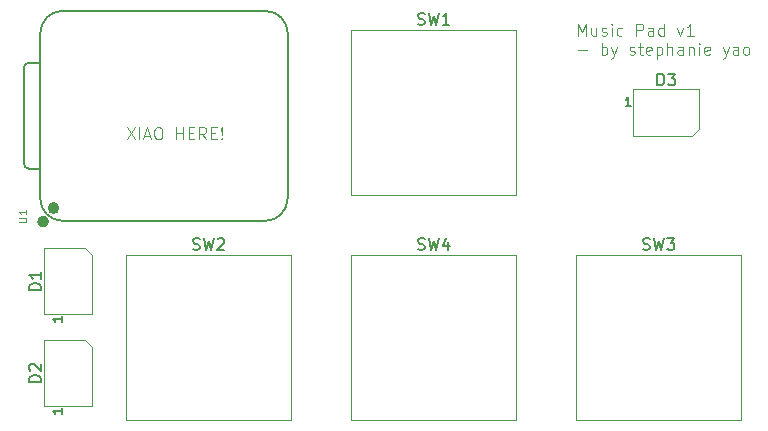
<source format=gbr>
%TF.GenerationSoftware,KiCad,Pcbnew,9.0.3*%
%TF.CreationDate,2025-07-11T18:10:02-07:00*%
%TF.ProjectId,hackpad,6861636b-7061-4642-9e6b-696361645f70,rev?*%
%TF.SameCoordinates,Original*%
%TF.FileFunction,Legend,Top*%
%TF.FilePolarity,Positive*%
%FSLAX46Y46*%
G04 Gerber Fmt 4.6, Leading zero omitted, Abs format (unit mm)*
G04 Created by KiCad (PCBNEW 9.0.3) date 2025-07-11 18:10:02*
%MOMM*%
%LPD*%
G01*
G04 APERTURE LIST*
%ADD10C,0.100000*%
%ADD11C,0.150000*%
%ADD12C,0.101600*%
%ADD13C,0.120000*%
%ADD14C,0.127000*%
%ADD15C,0.504000*%
G04 APERTURE END LIST*
D10*
X116889896Y-36972419D02*
X117556562Y-37972419D01*
X117556562Y-36972419D02*
X116889896Y-37972419D01*
X117937515Y-37972419D02*
X117937515Y-36972419D01*
X118366086Y-37686704D02*
X118842276Y-37686704D01*
X118270848Y-37972419D02*
X118604181Y-36972419D01*
X118604181Y-36972419D02*
X118937514Y-37972419D01*
X119461324Y-36972419D02*
X119651800Y-36972419D01*
X119651800Y-36972419D02*
X119747038Y-37020038D01*
X119747038Y-37020038D02*
X119842276Y-37115276D01*
X119842276Y-37115276D02*
X119889895Y-37305752D01*
X119889895Y-37305752D02*
X119889895Y-37639085D01*
X119889895Y-37639085D02*
X119842276Y-37829561D01*
X119842276Y-37829561D02*
X119747038Y-37924800D01*
X119747038Y-37924800D02*
X119651800Y-37972419D01*
X119651800Y-37972419D02*
X119461324Y-37972419D01*
X119461324Y-37972419D02*
X119366086Y-37924800D01*
X119366086Y-37924800D02*
X119270848Y-37829561D01*
X119270848Y-37829561D02*
X119223229Y-37639085D01*
X119223229Y-37639085D02*
X119223229Y-37305752D01*
X119223229Y-37305752D02*
X119270848Y-37115276D01*
X119270848Y-37115276D02*
X119366086Y-37020038D01*
X119366086Y-37020038D02*
X119461324Y-36972419D01*
X121080372Y-37972419D02*
X121080372Y-36972419D01*
X121080372Y-37448609D02*
X121651800Y-37448609D01*
X121651800Y-37972419D02*
X121651800Y-36972419D01*
X122127991Y-37448609D02*
X122461324Y-37448609D01*
X122604181Y-37972419D02*
X122127991Y-37972419D01*
X122127991Y-37972419D02*
X122127991Y-36972419D01*
X122127991Y-36972419D02*
X122604181Y-36972419D01*
X123604181Y-37972419D02*
X123270848Y-37496228D01*
X123032753Y-37972419D02*
X123032753Y-36972419D01*
X123032753Y-36972419D02*
X123413705Y-36972419D01*
X123413705Y-36972419D02*
X123508943Y-37020038D01*
X123508943Y-37020038D02*
X123556562Y-37067657D01*
X123556562Y-37067657D02*
X123604181Y-37162895D01*
X123604181Y-37162895D02*
X123604181Y-37305752D01*
X123604181Y-37305752D02*
X123556562Y-37400990D01*
X123556562Y-37400990D02*
X123508943Y-37448609D01*
X123508943Y-37448609D02*
X123413705Y-37496228D01*
X123413705Y-37496228D02*
X123032753Y-37496228D01*
X124032753Y-37448609D02*
X124366086Y-37448609D01*
X124508943Y-37972419D02*
X124032753Y-37972419D01*
X124032753Y-37972419D02*
X124032753Y-36972419D01*
X124032753Y-36972419D02*
X124508943Y-36972419D01*
X124937515Y-37877180D02*
X124985134Y-37924800D01*
X124985134Y-37924800D02*
X124937515Y-37972419D01*
X124937515Y-37972419D02*
X124889896Y-37924800D01*
X124889896Y-37924800D02*
X124937515Y-37877180D01*
X124937515Y-37877180D02*
X124937515Y-37972419D01*
X124937515Y-37591466D02*
X124889896Y-37020038D01*
X124889896Y-37020038D02*
X124937515Y-36972419D01*
X124937515Y-36972419D02*
X124985134Y-37020038D01*
X124985134Y-37020038D02*
X124937515Y-37591466D01*
X124937515Y-37591466D02*
X124937515Y-36972419D01*
X155085134Y-29218725D02*
X155085134Y-28218725D01*
X155085134Y-28218725D02*
X155418467Y-28933010D01*
X155418467Y-28933010D02*
X155751800Y-28218725D01*
X155751800Y-28218725D02*
X155751800Y-29218725D01*
X156656562Y-28552058D02*
X156656562Y-29218725D01*
X156227991Y-28552058D02*
X156227991Y-29075867D01*
X156227991Y-29075867D02*
X156275610Y-29171106D01*
X156275610Y-29171106D02*
X156370848Y-29218725D01*
X156370848Y-29218725D02*
X156513705Y-29218725D01*
X156513705Y-29218725D02*
X156608943Y-29171106D01*
X156608943Y-29171106D02*
X156656562Y-29123486D01*
X157085134Y-29171106D02*
X157180372Y-29218725D01*
X157180372Y-29218725D02*
X157370848Y-29218725D01*
X157370848Y-29218725D02*
X157466086Y-29171106D01*
X157466086Y-29171106D02*
X157513705Y-29075867D01*
X157513705Y-29075867D02*
X157513705Y-29028248D01*
X157513705Y-29028248D02*
X157466086Y-28933010D01*
X157466086Y-28933010D02*
X157370848Y-28885391D01*
X157370848Y-28885391D02*
X157227991Y-28885391D01*
X157227991Y-28885391D02*
X157132753Y-28837772D01*
X157132753Y-28837772D02*
X157085134Y-28742534D01*
X157085134Y-28742534D02*
X157085134Y-28694915D01*
X157085134Y-28694915D02*
X157132753Y-28599677D01*
X157132753Y-28599677D02*
X157227991Y-28552058D01*
X157227991Y-28552058D02*
X157370848Y-28552058D01*
X157370848Y-28552058D02*
X157466086Y-28599677D01*
X157942277Y-29218725D02*
X157942277Y-28552058D01*
X157942277Y-28218725D02*
X157894658Y-28266344D01*
X157894658Y-28266344D02*
X157942277Y-28313963D01*
X157942277Y-28313963D02*
X157989896Y-28266344D01*
X157989896Y-28266344D02*
X157942277Y-28218725D01*
X157942277Y-28218725D02*
X157942277Y-28313963D01*
X158847038Y-29171106D02*
X158751800Y-29218725D01*
X158751800Y-29218725D02*
X158561324Y-29218725D01*
X158561324Y-29218725D02*
X158466086Y-29171106D01*
X158466086Y-29171106D02*
X158418467Y-29123486D01*
X158418467Y-29123486D02*
X158370848Y-29028248D01*
X158370848Y-29028248D02*
X158370848Y-28742534D01*
X158370848Y-28742534D02*
X158418467Y-28647296D01*
X158418467Y-28647296D02*
X158466086Y-28599677D01*
X158466086Y-28599677D02*
X158561324Y-28552058D01*
X158561324Y-28552058D02*
X158751800Y-28552058D01*
X158751800Y-28552058D02*
X158847038Y-28599677D01*
X160037515Y-29218725D02*
X160037515Y-28218725D01*
X160037515Y-28218725D02*
X160418467Y-28218725D01*
X160418467Y-28218725D02*
X160513705Y-28266344D01*
X160513705Y-28266344D02*
X160561324Y-28313963D01*
X160561324Y-28313963D02*
X160608943Y-28409201D01*
X160608943Y-28409201D02*
X160608943Y-28552058D01*
X160608943Y-28552058D02*
X160561324Y-28647296D01*
X160561324Y-28647296D02*
X160513705Y-28694915D01*
X160513705Y-28694915D02*
X160418467Y-28742534D01*
X160418467Y-28742534D02*
X160037515Y-28742534D01*
X161466086Y-29218725D02*
X161466086Y-28694915D01*
X161466086Y-28694915D02*
X161418467Y-28599677D01*
X161418467Y-28599677D02*
X161323229Y-28552058D01*
X161323229Y-28552058D02*
X161132753Y-28552058D01*
X161132753Y-28552058D02*
X161037515Y-28599677D01*
X161466086Y-29171106D02*
X161370848Y-29218725D01*
X161370848Y-29218725D02*
X161132753Y-29218725D01*
X161132753Y-29218725D02*
X161037515Y-29171106D01*
X161037515Y-29171106D02*
X160989896Y-29075867D01*
X160989896Y-29075867D02*
X160989896Y-28980629D01*
X160989896Y-28980629D02*
X161037515Y-28885391D01*
X161037515Y-28885391D02*
X161132753Y-28837772D01*
X161132753Y-28837772D02*
X161370848Y-28837772D01*
X161370848Y-28837772D02*
X161466086Y-28790153D01*
X162370848Y-29218725D02*
X162370848Y-28218725D01*
X162370848Y-29171106D02*
X162275610Y-29218725D01*
X162275610Y-29218725D02*
X162085134Y-29218725D01*
X162085134Y-29218725D02*
X161989896Y-29171106D01*
X161989896Y-29171106D02*
X161942277Y-29123486D01*
X161942277Y-29123486D02*
X161894658Y-29028248D01*
X161894658Y-29028248D02*
X161894658Y-28742534D01*
X161894658Y-28742534D02*
X161942277Y-28647296D01*
X161942277Y-28647296D02*
X161989896Y-28599677D01*
X161989896Y-28599677D02*
X162085134Y-28552058D01*
X162085134Y-28552058D02*
X162275610Y-28552058D01*
X162275610Y-28552058D02*
X162370848Y-28599677D01*
X163513706Y-28552058D02*
X163751801Y-29218725D01*
X163751801Y-29218725D02*
X163989896Y-28552058D01*
X164894658Y-29218725D02*
X164323230Y-29218725D01*
X164608944Y-29218725D02*
X164608944Y-28218725D01*
X164608944Y-28218725D02*
X164513706Y-28361582D01*
X164513706Y-28361582D02*
X164418468Y-28456820D01*
X164418468Y-28456820D02*
X164323230Y-28504439D01*
X155085134Y-30447716D02*
X155847039Y-30447716D01*
X157085134Y-30828669D02*
X157085134Y-29828669D01*
X157085134Y-30209621D02*
X157180372Y-30162002D01*
X157180372Y-30162002D02*
X157370848Y-30162002D01*
X157370848Y-30162002D02*
X157466086Y-30209621D01*
X157466086Y-30209621D02*
X157513705Y-30257240D01*
X157513705Y-30257240D02*
X157561324Y-30352478D01*
X157561324Y-30352478D02*
X157561324Y-30638192D01*
X157561324Y-30638192D02*
X157513705Y-30733430D01*
X157513705Y-30733430D02*
X157466086Y-30781050D01*
X157466086Y-30781050D02*
X157370848Y-30828669D01*
X157370848Y-30828669D02*
X157180372Y-30828669D01*
X157180372Y-30828669D02*
X157085134Y-30781050D01*
X157894658Y-30162002D02*
X158132753Y-30828669D01*
X158370848Y-30162002D02*
X158132753Y-30828669D01*
X158132753Y-30828669D02*
X158037515Y-31066764D01*
X158037515Y-31066764D02*
X157989896Y-31114383D01*
X157989896Y-31114383D02*
X157894658Y-31162002D01*
X159466087Y-30781050D02*
X159561325Y-30828669D01*
X159561325Y-30828669D02*
X159751801Y-30828669D01*
X159751801Y-30828669D02*
X159847039Y-30781050D01*
X159847039Y-30781050D02*
X159894658Y-30685811D01*
X159894658Y-30685811D02*
X159894658Y-30638192D01*
X159894658Y-30638192D02*
X159847039Y-30542954D01*
X159847039Y-30542954D02*
X159751801Y-30495335D01*
X159751801Y-30495335D02*
X159608944Y-30495335D01*
X159608944Y-30495335D02*
X159513706Y-30447716D01*
X159513706Y-30447716D02*
X159466087Y-30352478D01*
X159466087Y-30352478D02*
X159466087Y-30304859D01*
X159466087Y-30304859D02*
X159513706Y-30209621D01*
X159513706Y-30209621D02*
X159608944Y-30162002D01*
X159608944Y-30162002D02*
X159751801Y-30162002D01*
X159751801Y-30162002D02*
X159847039Y-30209621D01*
X160180373Y-30162002D02*
X160561325Y-30162002D01*
X160323230Y-29828669D02*
X160323230Y-30685811D01*
X160323230Y-30685811D02*
X160370849Y-30781050D01*
X160370849Y-30781050D02*
X160466087Y-30828669D01*
X160466087Y-30828669D02*
X160561325Y-30828669D01*
X161275611Y-30781050D02*
X161180373Y-30828669D01*
X161180373Y-30828669D02*
X160989897Y-30828669D01*
X160989897Y-30828669D02*
X160894659Y-30781050D01*
X160894659Y-30781050D02*
X160847040Y-30685811D01*
X160847040Y-30685811D02*
X160847040Y-30304859D01*
X160847040Y-30304859D02*
X160894659Y-30209621D01*
X160894659Y-30209621D02*
X160989897Y-30162002D01*
X160989897Y-30162002D02*
X161180373Y-30162002D01*
X161180373Y-30162002D02*
X161275611Y-30209621D01*
X161275611Y-30209621D02*
X161323230Y-30304859D01*
X161323230Y-30304859D02*
X161323230Y-30400097D01*
X161323230Y-30400097D02*
X160847040Y-30495335D01*
X161751802Y-30162002D02*
X161751802Y-31162002D01*
X161751802Y-30209621D02*
X161847040Y-30162002D01*
X161847040Y-30162002D02*
X162037516Y-30162002D01*
X162037516Y-30162002D02*
X162132754Y-30209621D01*
X162132754Y-30209621D02*
X162180373Y-30257240D01*
X162180373Y-30257240D02*
X162227992Y-30352478D01*
X162227992Y-30352478D02*
X162227992Y-30638192D01*
X162227992Y-30638192D02*
X162180373Y-30733430D01*
X162180373Y-30733430D02*
X162132754Y-30781050D01*
X162132754Y-30781050D02*
X162037516Y-30828669D01*
X162037516Y-30828669D02*
X161847040Y-30828669D01*
X161847040Y-30828669D02*
X161751802Y-30781050D01*
X162656564Y-30828669D02*
X162656564Y-29828669D01*
X163085135Y-30828669D02*
X163085135Y-30304859D01*
X163085135Y-30304859D02*
X163037516Y-30209621D01*
X163037516Y-30209621D02*
X162942278Y-30162002D01*
X162942278Y-30162002D02*
X162799421Y-30162002D01*
X162799421Y-30162002D02*
X162704183Y-30209621D01*
X162704183Y-30209621D02*
X162656564Y-30257240D01*
X163989897Y-30828669D02*
X163989897Y-30304859D01*
X163989897Y-30304859D02*
X163942278Y-30209621D01*
X163942278Y-30209621D02*
X163847040Y-30162002D01*
X163847040Y-30162002D02*
X163656564Y-30162002D01*
X163656564Y-30162002D02*
X163561326Y-30209621D01*
X163989897Y-30781050D02*
X163894659Y-30828669D01*
X163894659Y-30828669D02*
X163656564Y-30828669D01*
X163656564Y-30828669D02*
X163561326Y-30781050D01*
X163561326Y-30781050D02*
X163513707Y-30685811D01*
X163513707Y-30685811D02*
X163513707Y-30590573D01*
X163513707Y-30590573D02*
X163561326Y-30495335D01*
X163561326Y-30495335D02*
X163656564Y-30447716D01*
X163656564Y-30447716D02*
X163894659Y-30447716D01*
X163894659Y-30447716D02*
X163989897Y-30400097D01*
X164466088Y-30162002D02*
X164466088Y-30828669D01*
X164466088Y-30257240D02*
X164513707Y-30209621D01*
X164513707Y-30209621D02*
X164608945Y-30162002D01*
X164608945Y-30162002D02*
X164751802Y-30162002D01*
X164751802Y-30162002D02*
X164847040Y-30209621D01*
X164847040Y-30209621D02*
X164894659Y-30304859D01*
X164894659Y-30304859D02*
X164894659Y-30828669D01*
X165370850Y-30828669D02*
X165370850Y-30162002D01*
X165370850Y-29828669D02*
X165323231Y-29876288D01*
X165323231Y-29876288D02*
X165370850Y-29923907D01*
X165370850Y-29923907D02*
X165418469Y-29876288D01*
X165418469Y-29876288D02*
X165370850Y-29828669D01*
X165370850Y-29828669D02*
X165370850Y-29923907D01*
X166227992Y-30781050D02*
X166132754Y-30828669D01*
X166132754Y-30828669D02*
X165942278Y-30828669D01*
X165942278Y-30828669D02*
X165847040Y-30781050D01*
X165847040Y-30781050D02*
X165799421Y-30685811D01*
X165799421Y-30685811D02*
X165799421Y-30304859D01*
X165799421Y-30304859D02*
X165847040Y-30209621D01*
X165847040Y-30209621D02*
X165942278Y-30162002D01*
X165942278Y-30162002D02*
X166132754Y-30162002D01*
X166132754Y-30162002D02*
X166227992Y-30209621D01*
X166227992Y-30209621D02*
X166275611Y-30304859D01*
X166275611Y-30304859D02*
X166275611Y-30400097D01*
X166275611Y-30400097D02*
X165799421Y-30495335D01*
X167370850Y-30162002D02*
X167608945Y-30828669D01*
X167847040Y-30162002D02*
X167608945Y-30828669D01*
X167608945Y-30828669D02*
X167513707Y-31066764D01*
X167513707Y-31066764D02*
X167466088Y-31114383D01*
X167466088Y-31114383D02*
X167370850Y-31162002D01*
X168656564Y-30828669D02*
X168656564Y-30304859D01*
X168656564Y-30304859D02*
X168608945Y-30209621D01*
X168608945Y-30209621D02*
X168513707Y-30162002D01*
X168513707Y-30162002D02*
X168323231Y-30162002D01*
X168323231Y-30162002D02*
X168227993Y-30209621D01*
X168656564Y-30781050D02*
X168561326Y-30828669D01*
X168561326Y-30828669D02*
X168323231Y-30828669D01*
X168323231Y-30828669D02*
X168227993Y-30781050D01*
X168227993Y-30781050D02*
X168180374Y-30685811D01*
X168180374Y-30685811D02*
X168180374Y-30590573D01*
X168180374Y-30590573D02*
X168227993Y-30495335D01*
X168227993Y-30495335D02*
X168323231Y-30447716D01*
X168323231Y-30447716D02*
X168561326Y-30447716D01*
X168561326Y-30447716D02*
X168656564Y-30400097D01*
X169275612Y-30828669D02*
X169180374Y-30781050D01*
X169180374Y-30781050D02*
X169132755Y-30733430D01*
X169132755Y-30733430D02*
X169085136Y-30638192D01*
X169085136Y-30638192D02*
X169085136Y-30352478D01*
X169085136Y-30352478D02*
X169132755Y-30257240D01*
X169132755Y-30257240D02*
X169180374Y-30209621D01*
X169180374Y-30209621D02*
X169275612Y-30162002D01*
X169275612Y-30162002D02*
X169418469Y-30162002D01*
X169418469Y-30162002D02*
X169513707Y-30209621D01*
X169513707Y-30209621D02*
X169561326Y-30257240D01*
X169561326Y-30257240D02*
X169608945Y-30352478D01*
X169608945Y-30352478D02*
X169608945Y-30638192D01*
X169608945Y-30638192D02*
X169561326Y-30733430D01*
X169561326Y-30733430D02*
X169513707Y-30781050D01*
X169513707Y-30781050D02*
X169418469Y-30828669D01*
X169418469Y-30828669D02*
X169275612Y-30828669D01*
D11*
X141541667Y-28251950D02*
X141684524Y-28299569D01*
X141684524Y-28299569D02*
X141922619Y-28299569D01*
X141922619Y-28299569D02*
X142017857Y-28251950D01*
X142017857Y-28251950D02*
X142065476Y-28204330D01*
X142065476Y-28204330D02*
X142113095Y-28109092D01*
X142113095Y-28109092D02*
X142113095Y-28013854D01*
X142113095Y-28013854D02*
X142065476Y-27918616D01*
X142065476Y-27918616D02*
X142017857Y-27870997D01*
X142017857Y-27870997D02*
X141922619Y-27823378D01*
X141922619Y-27823378D02*
X141732143Y-27775759D01*
X141732143Y-27775759D02*
X141636905Y-27728140D01*
X141636905Y-27728140D02*
X141589286Y-27680521D01*
X141589286Y-27680521D02*
X141541667Y-27585283D01*
X141541667Y-27585283D02*
X141541667Y-27490045D01*
X141541667Y-27490045D02*
X141589286Y-27394807D01*
X141589286Y-27394807D02*
X141636905Y-27347188D01*
X141636905Y-27347188D02*
X141732143Y-27299569D01*
X141732143Y-27299569D02*
X141970238Y-27299569D01*
X141970238Y-27299569D02*
X142113095Y-27347188D01*
X142446429Y-27299569D02*
X142684524Y-28299569D01*
X142684524Y-28299569D02*
X142875000Y-27585283D01*
X142875000Y-27585283D02*
X143065476Y-28299569D01*
X143065476Y-28299569D02*
X143303572Y-27299569D01*
X144208333Y-28299569D02*
X143636905Y-28299569D01*
X143922619Y-28299569D02*
X143922619Y-27299569D01*
X143922619Y-27299569D02*
X143827381Y-27442426D01*
X143827381Y-27442426D02*
X143732143Y-27537664D01*
X143732143Y-27537664D02*
X143636905Y-27585283D01*
X109623569Y-50744344D02*
X108623569Y-50744344D01*
X108623569Y-50744344D02*
X108623569Y-50506249D01*
X108623569Y-50506249D02*
X108671188Y-50363392D01*
X108671188Y-50363392D02*
X108766426Y-50268154D01*
X108766426Y-50268154D02*
X108861664Y-50220535D01*
X108861664Y-50220535D02*
X109052140Y-50172916D01*
X109052140Y-50172916D02*
X109194997Y-50172916D01*
X109194997Y-50172916D02*
X109385473Y-50220535D01*
X109385473Y-50220535D02*
X109480711Y-50268154D01*
X109480711Y-50268154D02*
X109575950Y-50363392D01*
X109575950Y-50363392D02*
X109623569Y-50506249D01*
X109623569Y-50506249D02*
X109623569Y-50744344D01*
X109623569Y-49220535D02*
X109623569Y-49791963D01*
X109623569Y-49506249D02*
X108623569Y-49506249D01*
X108623569Y-49506249D02*
X108766426Y-49601487D01*
X108766426Y-49601487D02*
X108861664Y-49696725D01*
X108861664Y-49696725D02*
X108909283Y-49791963D01*
X111406045Y-52977678D02*
X111406045Y-53434821D01*
X111406045Y-53206249D02*
X110606045Y-53206249D01*
X110606045Y-53206249D02*
X110720330Y-53282440D01*
X110720330Y-53282440D02*
X110796521Y-53358630D01*
X110796521Y-53358630D02*
X110834616Y-53434821D01*
X122491667Y-47301950D02*
X122634524Y-47349569D01*
X122634524Y-47349569D02*
X122872619Y-47349569D01*
X122872619Y-47349569D02*
X122967857Y-47301950D01*
X122967857Y-47301950D02*
X123015476Y-47254330D01*
X123015476Y-47254330D02*
X123063095Y-47159092D01*
X123063095Y-47159092D02*
X123063095Y-47063854D01*
X123063095Y-47063854D02*
X123015476Y-46968616D01*
X123015476Y-46968616D02*
X122967857Y-46920997D01*
X122967857Y-46920997D02*
X122872619Y-46873378D01*
X122872619Y-46873378D02*
X122682143Y-46825759D01*
X122682143Y-46825759D02*
X122586905Y-46778140D01*
X122586905Y-46778140D02*
X122539286Y-46730521D01*
X122539286Y-46730521D02*
X122491667Y-46635283D01*
X122491667Y-46635283D02*
X122491667Y-46540045D01*
X122491667Y-46540045D02*
X122539286Y-46444807D01*
X122539286Y-46444807D02*
X122586905Y-46397188D01*
X122586905Y-46397188D02*
X122682143Y-46349569D01*
X122682143Y-46349569D02*
X122920238Y-46349569D01*
X122920238Y-46349569D02*
X123063095Y-46397188D01*
X123396429Y-46349569D02*
X123634524Y-47349569D01*
X123634524Y-47349569D02*
X123825000Y-46635283D01*
X123825000Y-46635283D02*
X124015476Y-47349569D01*
X124015476Y-47349569D02*
X124253572Y-46349569D01*
X124586905Y-46444807D02*
X124634524Y-46397188D01*
X124634524Y-46397188D02*
X124729762Y-46349569D01*
X124729762Y-46349569D02*
X124967857Y-46349569D01*
X124967857Y-46349569D02*
X125063095Y-46397188D01*
X125063095Y-46397188D02*
X125110714Y-46444807D01*
X125110714Y-46444807D02*
X125158333Y-46540045D01*
X125158333Y-46540045D02*
X125158333Y-46635283D01*
X125158333Y-46635283D02*
X125110714Y-46778140D01*
X125110714Y-46778140D02*
X124539286Y-47349569D01*
X124539286Y-47349569D02*
X125158333Y-47349569D01*
X160591667Y-47301950D02*
X160734524Y-47349569D01*
X160734524Y-47349569D02*
X160972619Y-47349569D01*
X160972619Y-47349569D02*
X161067857Y-47301950D01*
X161067857Y-47301950D02*
X161115476Y-47254330D01*
X161115476Y-47254330D02*
X161163095Y-47159092D01*
X161163095Y-47159092D02*
X161163095Y-47063854D01*
X161163095Y-47063854D02*
X161115476Y-46968616D01*
X161115476Y-46968616D02*
X161067857Y-46920997D01*
X161067857Y-46920997D02*
X160972619Y-46873378D01*
X160972619Y-46873378D02*
X160782143Y-46825759D01*
X160782143Y-46825759D02*
X160686905Y-46778140D01*
X160686905Y-46778140D02*
X160639286Y-46730521D01*
X160639286Y-46730521D02*
X160591667Y-46635283D01*
X160591667Y-46635283D02*
X160591667Y-46540045D01*
X160591667Y-46540045D02*
X160639286Y-46444807D01*
X160639286Y-46444807D02*
X160686905Y-46397188D01*
X160686905Y-46397188D02*
X160782143Y-46349569D01*
X160782143Y-46349569D02*
X161020238Y-46349569D01*
X161020238Y-46349569D02*
X161163095Y-46397188D01*
X161496429Y-46349569D02*
X161734524Y-47349569D01*
X161734524Y-47349569D02*
X161925000Y-46635283D01*
X161925000Y-46635283D02*
X162115476Y-47349569D01*
X162115476Y-47349569D02*
X162353572Y-46349569D01*
X162639286Y-46349569D02*
X163258333Y-46349569D01*
X163258333Y-46349569D02*
X162925000Y-46730521D01*
X162925000Y-46730521D02*
X163067857Y-46730521D01*
X163067857Y-46730521D02*
X163163095Y-46778140D01*
X163163095Y-46778140D02*
X163210714Y-46825759D01*
X163210714Y-46825759D02*
X163258333Y-46920997D01*
X163258333Y-46920997D02*
X163258333Y-47159092D01*
X163258333Y-47159092D02*
X163210714Y-47254330D01*
X163210714Y-47254330D02*
X163163095Y-47301950D01*
X163163095Y-47301950D02*
X163067857Y-47349569D01*
X163067857Y-47349569D02*
X162782143Y-47349569D01*
X162782143Y-47349569D02*
X162686905Y-47301950D01*
X162686905Y-47301950D02*
X162639286Y-47254330D01*
D12*
X107753479Y-44983809D02*
X108267526Y-44983809D01*
X108267526Y-44983809D02*
X108328002Y-44953571D01*
X108328002Y-44953571D02*
X108358241Y-44923333D01*
X108358241Y-44923333D02*
X108388479Y-44862857D01*
X108388479Y-44862857D02*
X108388479Y-44741904D01*
X108388479Y-44741904D02*
X108358241Y-44681428D01*
X108358241Y-44681428D02*
X108328002Y-44651190D01*
X108328002Y-44651190D02*
X108267526Y-44620952D01*
X108267526Y-44620952D02*
X107753479Y-44620952D01*
X108388479Y-43985952D02*
X108388479Y-44348809D01*
X108388479Y-44167381D02*
X107753479Y-44167381D01*
X107753479Y-44167381D02*
X107844193Y-44227857D01*
X107844193Y-44227857D02*
X107904669Y-44288333D01*
X107904669Y-44288333D02*
X107934907Y-44348809D01*
D11*
X109623569Y-58519344D02*
X108623569Y-58519344D01*
X108623569Y-58519344D02*
X108623569Y-58281249D01*
X108623569Y-58281249D02*
X108671188Y-58138392D01*
X108671188Y-58138392D02*
X108766426Y-58043154D01*
X108766426Y-58043154D02*
X108861664Y-57995535D01*
X108861664Y-57995535D02*
X109052140Y-57947916D01*
X109052140Y-57947916D02*
X109194997Y-57947916D01*
X109194997Y-57947916D02*
X109385473Y-57995535D01*
X109385473Y-57995535D02*
X109480711Y-58043154D01*
X109480711Y-58043154D02*
X109575950Y-58138392D01*
X109575950Y-58138392D02*
X109623569Y-58281249D01*
X109623569Y-58281249D02*
X109623569Y-58519344D01*
X108718807Y-57566963D02*
X108671188Y-57519344D01*
X108671188Y-57519344D02*
X108623569Y-57424106D01*
X108623569Y-57424106D02*
X108623569Y-57186011D01*
X108623569Y-57186011D02*
X108671188Y-57090773D01*
X108671188Y-57090773D02*
X108718807Y-57043154D01*
X108718807Y-57043154D02*
X108814045Y-56995535D01*
X108814045Y-56995535D02*
X108909283Y-56995535D01*
X108909283Y-56995535D02*
X109052140Y-57043154D01*
X109052140Y-57043154D02*
X109623569Y-57614582D01*
X109623569Y-57614582D02*
X109623569Y-56995535D01*
X111406045Y-60752678D02*
X111406045Y-61209821D01*
X111406045Y-60981249D02*
X110606045Y-60981249D01*
X110606045Y-60981249D02*
X110720330Y-61057440D01*
X110720330Y-61057440D02*
X110796521Y-61133630D01*
X110796521Y-61133630D02*
X110834616Y-61209821D01*
X161818155Y-33423569D02*
X161818155Y-32423569D01*
X161818155Y-32423569D02*
X162056250Y-32423569D01*
X162056250Y-32423569D02*
X162199107Y-32471188D01*
X162199107Y-32471188D02*
X162294345Y-32566426D01*
X162294345Y-32566426D02*
X162341964Y-32661664D01*
X162341964Y-32661664D02*
X162389583Y-32852140D01*
X162389583Y-32852140D02*
X162389583Y-32994997D01*
X162389583Y-32994997D02*
X162341964Y-33185473D01*
X162341964Y-33185473D02*
X162294345Y-33280711D01*
X162294345Y-33280711D02*
X162199107Y-33375950D01*
X162199107Y-33375950D02*
X162056250Y-33423569D01*
X162056250Y-33423569D02*
X161818155Y-33423569D01*
X162722917Y-32423569D02*
X163341964Y-32423569D01*
X163341964Y-32423569D02*
X163008631Y-32804521D01*
X163008631Y-32804521D02*
X163151488Y-32804521D01*
X163151488Y-32804521D02*
X163246726Y-32852140D01*
X163246726Y-32852140D02*
X163294345Y-32899759D01*
X163294345Y-32899759D02*
X163341964Y-32994997D01*
X163341964Y-32994997D02*
X163341964Y-33233092D01*
X163341964Y-33233092D02*
X163294345Y-33328330D01*
X163294345Y-33328330D02*
X163246726Y-33375950D01*
X163246726Y-33375950D02*
X163151488Y-33423569D01*
X163151488Y-33423569D02*
X162865774Y-33423569D01*
X162865774Y-33423569D02*
X162770536Y-33375950D01*
X162770536Y-33375950D02*
X162722917Y-33328330D01*
X159584821Y-35206045D02*
X159127678Y-35206045D01*
X159356250Y-35206045D02*
X159356250Y-34406045D01*
X159356250Y-34406045D02*
X159280059Y-34520330D01*
X159280059Y-34520330D02*
X159203869Y-34596521D01*
X159203869Y-34596521D02*
X159127678Y-34634616D01*
X141541667Y-47301950D02*
X141684524Y-47349569D01*
X141684524Y-47349569D02*
X141922619Y-47349569D01*
X141922619Y-47349569D02*
X142017857Y-47301950D01*
X142017857Y-47301950D02*
X142065476Y-47254330D01*
X142065476Y-47254330D02*
X142113095Y-47159092D01*
X142113095Y-47159092D02*
X142113095Y-47063854D01*
X142113095Y-47063854D02*
X142065476Y-46968616D01*
X142065476Y-46968616D02*
X142017857Y-46920997D01*
X142017857Y-46920997D02*
X141922619Y-46873378D01*
X141922619Y-46873378D02*
X141732143Y-46825759D01*
X141732143Y-46825759D02*
X141636905Y-46778140D01*
X141636905Y-46778140D02*
X141589286Y-46730521D01*
X141589286Y-46730521D02*
X141541667Y-46635283D01*
X141541667Y-46635283D02*
X141541667Y-46540045D01*
X141541667Y-46540045D02*
X141589286Y-46444807D01*
X141589286Y-46444807D02*
X141636905Y-46397188D01*
X141636905Y-46397188D02*
X141732143Y-46349569D01*
X141732143Y-46349569D02*
X141970238Y-46349569D01*
X141970238Y-46349569D02*
X142113095Y-46397188D01*
X142446429Y-46349569D02*
X142684524Y-47349569D01*
X142684524Y-47349569D02*
X142875000Y-46635283D01*
X142875000Y-46635283D02*
X143065476Y-47349569D01*
X143065476Y-47349569D02*
X143303572Y-46349569D01*
X144113095Y-46682902D02*
X144113095Y-47349569D01*
X143875000Y-46301950D02*
X143636905Y-47016235D01*
X143636905Y-47016235D02*
X144255952Y-47016235D01*
D13*
%TO.C,SW1*%
X135890000Y-28733750D02*
X149860000Y-28733750D01*
X135890000Y-42703750D02*
X135890000Y-28733750D01*
X149860000Y-28733750D02*
X149860000Y-42703750D01*
X149860000Y-42703750D02*
X135890000Y-42703750D01*
%TO.C,D1*%
X109918750Y-52806250D02*
X109918750Y-47206250D01*
X109918750Y-52806250D02*
X113918750Y-52806250D01*
X113318750Y-47206250D02*
X109918750Y-47206250D01*
X113318750Y-47206250D02*
X113918750Y-47806250D01*
X113918750Y-52806250D02*
X113918750Y-47806250D01*
%TO.C,SW2*%
X116840000Y-47783750D02*
X130810000Y-47783750D01*
X116840000Y-61753750D02*
X116840000Y-47783750D01*
X130810000Y-47783750D02*
X130810000Y-61753750D01*
X130810000Y-61753750D02*
X116840000Y-61753750D01*
%TO.C,SW3*%
X154940000Y-47783750D02*
X168910000Y-47783750D01*
X154940000Y-61753750D02*
X154940000Y-47783750D01*
X168910000Y-47783750D02*
X168910000Y-61753750D01*
X168910000Y-61753750D02*
X154940000Y-61753750D01*
D14*
%TO.C,U1*%
X108149000Y-39991272D02*
X108149000Y-31996000D01*
X108649000Y-31496000D02*
X109559000Y-31496000D01*
D10*
X109559000Y-29015000D02*
X109559000Y-42985000D01*
D14*
X109559000Y-29015000D02*
X109559000Y-42985000D01*
X109559000Y-40495000D02*
X108648728Y-40491272D01*
X128609000Y-27110000D02*
X111464000Y-27110000D01*
X128609000Y-44890000D02*
X111464000Y-44890000D01*
X130514000Y-42985000D02*
X130514000Y-29015000D01*
X108149000Y-31996000D02*
G75*
G02*
X108649000Y-31496000I500000J0D01*
G01*
X108648728Y-40491272D02*
G75*
G02*
X108149001Y-39991272I291J500018D01*
G01*
X109559000Y-29015000D02*
G75*
G02*
X111464000Y-27110000I1905000J0D01*
G01*
X111464000Y-44890000D02*
G75*
G02*
X109559000Y-42985000I1J1905001D01*
G01*
X128609000Y-27110000D02*
G75*
G02*
X130514000Y-29015000I0J-1905000D01*
G01*
X130514000Y-42985000D02*
G75*
G02*
X128609000Y-44890000I-1905001J1D01*
G01*
D15*
X110052000Y-44950000D02*
G75*
G02*
X109548000Y-44950000I-252000J0D01*
G01*
X109548000Y-44950000D02*
G75*
G02*
X110052000Y-44950000I252000J0D01*
G01*
X110932000Y-43807000D02*
G75*
G02*
X110428000Y-43807000I-252000J0D01*
G01*
X110428000Y-43807000D02*
G75*
G02*
X110932000Y-43807000I252000J0D01*
G01*
D13*
%TO.C,D2*%
X109918750Y-60581250D02*
X109918750Y-54981250D01*
X109918750Y-60581250D02*
X113918750Y-60581250D01*
X113318750Y-54981250D02*
X109918750Y-54981250D01*
X113318750Y-54981250D02*
X113918750Y-55581250D01*
X113918750Y-60581250D02*
X113918750Y-55581250D01*
%TO.C,D3*%
X159756250Y-33718750D02*
X159756250Y-37718750D01*
X159756250Y-33718750D02*
X165356250Y-33718750D01*
X159756250Y-37718750D02*
X164756250Y-37718750D01*
X165356250Y-37118750D02*
X164756250Y-37718750D01*
X165356250Y-37118750D02*
X165356250Y-33718750D01*
%TO.C,SW4*%
X135890000Y-47783750D02*
X149860000Y-47783750D01*
X135890000Y-61753750D02*
X135890000Y-47783750D01*
X149860000Y-47783750D02*
X149860000Y-61753750D01*
X149860000Y-61753750D02*
X135890000Y-61753750D01*
%TD*%
M02*

</source>
